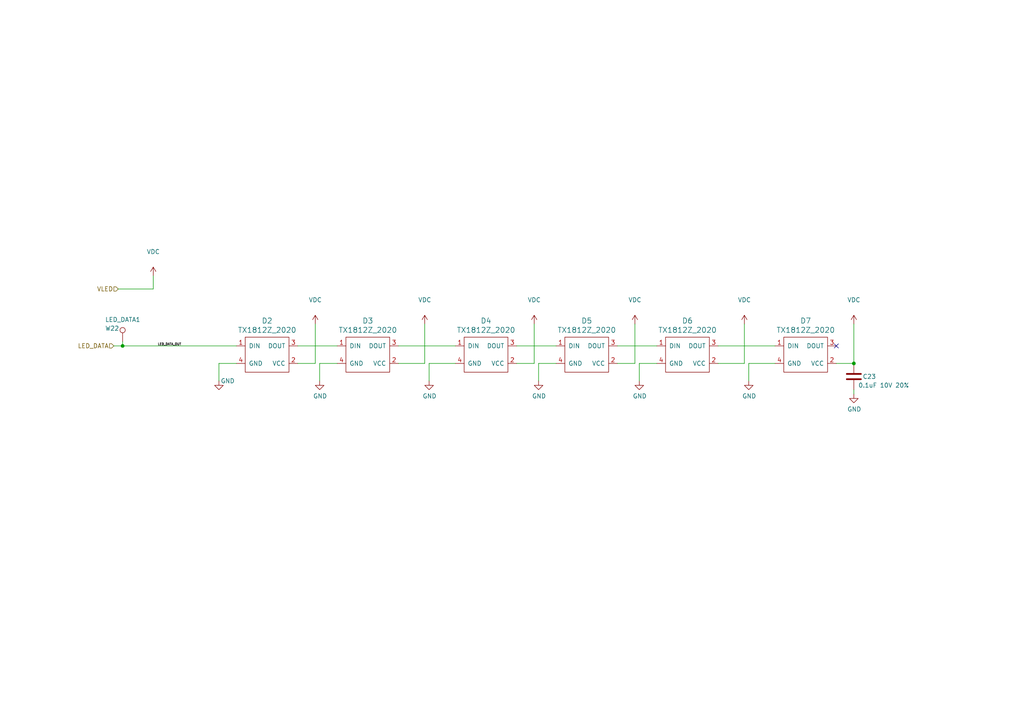
<source format=kicad_sch>
(kicad_sch (version 20211123) (generator eeschema)
  (paper "A4")
  (title_block (title "Pixels D20 Schematic, LEDs") (date "2020-04-13") (rev "2") (company "Systemic Games, LLC"))
  (lib_symbols
    (symbol "Device:C" (pin_numbers hide) (pin_names (offset 0.254))
      (property "Reference" "C" (at 0.635 2.54 0))
      (property "Value" "C" (at 0.635 -2.54 0))
      (symbol "C_0_1"
        (polyline (pts (xy -2.032 -0.762) (xy 2.032 -0.762)) (stroke (width 0.508)))
        (polyline (pts (xy -2.032 0.762) (xy 2.032 0.762)) (stroke (width 0.508)))
      )
      (symbol "C_1_1"
        (pin passive line (at 0 3.81 270) (length 2.794) (name "~") (number "1"))
        (pin passive line (at 0 -3.81 90) (length 2.794) (name "~") (number "2"))
      )
    )
    (symbol "Pixels-dice:TEST_1P-conn" (pin_numbers hide) (pin_names (offset 0.762) hide)
      (property "Reference" "W" (at 0 6.858 0))
      (property "Value" "TEST_1P-conn" (at 0 5.08 0))
      (symbol "TEST_1P-conn_0_1"
        (circle (center 0 3.302) (radius 0.762))
      )
      (symbol "TEST_1P-conn_1_1"
        (pin passive line (at 0 0 90) (length 2.54) (name "1") (number "1"))
      )
    )
    (symbol "Pixels-dice:TX1812Z_2020" (pin_names (offset 1.016))
      (property "Reference" "D" (at 0 -6.35 0))
      (property "Value" "TX1812Z_2020" (at 0 6.35 0))
      (symbol "TX1812Z_2020_0_1"
        (rectangle (start -6.35 5.08) (end 6.35 -5.08))
      )
      (symbol "TX1812Z_2020_1_1"
        (pin input line (at -8.89 2.54 0) (length 2.54) (name "DIN") (number "1"))
        (pin power_in line (at 8.89 -2.54 180) (length 2.54) (name "VCC") (number "2"))
        (pin output line (at 8.89 2.54 180) (length 2.54) (name "DOUT") (number "3"))
        (pin power_in line (at -8.89 -2.54 0) (length 2.54) (name "GND") (number "4"))
      )
    )
    (symbol "power:GND" (power) (pin_names (offset 0))
      (property "Value" "GND" (at 0 -3.81 0))
      (symbol "GND_0_1"
        (polyline (pts (xy 0 0) (xy 0 -1.27) (xy 1.27 -1.27) (xy 0 -2.54) (xy -1.27 -1.27) (xy 0 -1.27)))
      )
      (symbol "GND_1_1"
        (pin power_in line (at 0 0 270) (length 0) hide (name "GND") (number "1"))
      )
    )
    (symbol "power:VDC" (power) (pin_names (offset 0))
      (property "Value" "VDC" (at 0 6.35 0))
      (symbol "VDC_0_1"
        (polyline (pts (xy -0.762 1.27) (xy 0 2.54)))
        (polyline (pts (xy 0 0) (xy 0 2.54)))
        (polyline (pts (xy 0 2.54) (xy 0.762 1.27)))
      )
      (symbol "VDC_1_1"
        (pin power_in line (at 0 0 90) (length 0) hide (name "VDC") (number "1"))
      )
    )
  )
  (junction (at 247.65 105.41))
  (junction (at 35.56 100.33))
  (no_connect (at 242.57 100.33))
  (wire (pts (xy 123.19 93.98) (xy 123.19 105.41)))
  (wire (pts (xy 184.15 93.98) (xy 184.15 105.41)))
  (wire (pts (xy 215.9 93.98) (xy 215.9 105.41)))
  (wire (pts (xy 217.17 105.41) (xy 217.17 110.49)))
  (wire (pts (xy 242.57 105.41) (xy 247.65 105.41)))
  (wire (pts (xy 124.46 105.41) (xy 124.46 110.49)))
  (wire (pts (xy 115.57 105.41) (xy 123.19 105.41)))
  (wire (pts (xy 179.07 105.41) (xy 184.15 105.41)))
  (wire (pts (xy 44.45 83.82) (xy 44.45 80.01)))
  (wire (pts (xy 149.86 105.41) (xy 154.94 105.41)))
  (wire (pts (xy 63.5 105.41) (xy 63.5 110.49)))
  (wire (pts (xy 33.02 100.33) (xy 35.56 100.33)))
  (wire (pts (xy 185.42 105.41) (xy 190.5 105.41)))
  (wire (pts (xy 247.65 93.98) (xy 247.65 105.41)))
  (wire (pts (xy 156.21 110.49) (xy 156.21 105.41)))
  (wire (pts (xy 149.86 100.33) (xy 161.29 100.33)))
  (wire (pts (xy 86.36 105.41) (xy 91.44 105.41)))
  (wire (pts (xy 34.29 83.82) (xy 44.45 83.82)))
  (wire (pts (xy 208.28 100.33) (xy 224.79 100.33)))
  (wire (pts (xy 86.36 100.33) (xy 97.79 100.33)))
  (wire (pts (xy 92.71 110.49) (xy 92.71 105.41)))
  (wire (pts (xy 35.56 100.33) (xy 68.58 100.33)))
  (wire (pts (xy 217.17 105.41) (xy 224.79 105.41)))
  (wire (pts (xy 63.5 105.41) (xy 68.58 105.41)))
  (wire (pts (xy 124.46 105.41) (xy 132.08 105.41)))
  (wire (pts (xy 92.71 105.41) (xy 97.79 105.41)))
  (wire (pts (xy 115.57 100.33) (xy 132.08 100.33)))
  (wire (pts (xy 91.44 93.98) (xy 91.44 105.41)))
  (wire (pts (xy 35.56 99.06) (xy 35.56 100.33)))
  (wire (pts (xy 208.28 105.41) (xy 215.9 105.41)))
  (wire (pts (xy 156.21 105.41) (xy 161.29 105.41)))
  (wire (pts (xy 185.42 105.41) (xy 185.42 110.49)))
  (wire (pts (xy 247.65 113.03) (xy 247.65 114.3)))
  (wire (pts (xy 154.94 93.98) (xy 154.94 105.41)))
  (wire (pts (xy 179.07 100.33) (xy 190.5 100.33)))
  (label "LED_DATA_OUT" (at 45.72 100.33 0) (effects (font (size 0.635 0.635))))
  (hierarchical_label "VLED" (shape input) (at 34.29 83.82 180))
  (hierarchical_label "LED_DATA" (shape input) (at 33.02 100.33 180))
  (symbol (lib_id "Pixels-dice:TEST_1P-conn") (at 35.56 99.06 0) (unit 1)
    (property "Reference" "W22" (at 30.48 95.25 0) (effects (justify left)))
    (property "Value" "LED_DATA1" (at 30.48 92.71 0) (effects (justify left)))
    (property "Footprint" "Pixels-dice:TEST_PIN" (effects hide))
  )
  (symbol (lib_id "power:VDC") (at 44.45 80.01 0) (unit 1)
    (property "Reference" "#PWR0102" (effects hide))
    (property "Value" "VDC" (at 44.45 73.025 0))
  )
  (symbol (lib_id "power:VDC") (at 91.44 93.98 0) (unit 1)
    (property "Reference" "#PWR0103" (effects hide))
    (property "Value" "VDC" (at 91.44 86.995 0))
  )
  (symbol (lib_id "power:VDC") (at 123.19 93.98 0) (unit 1)
    (property "Reference" "#PWR0104" (effects hide))
    (property "Value" "VDC" (at 123.19 86.995 0))
  )
  (symbol (lib_id "power:GND") (at 63.5 110.49 0) (unit 1)
    (property "Reference" "#PWR0105" (effects hide))
    (property "Value" "GND" (at 66.04 110.49 0))
  )
  (symbol (lib_id "power:GND") (at 92.71 110.49 0) (unit 1)
    (property "Reference" "#PWR0106" (effects hide))
    (property "Value" "GND" (at 92.837 114.8842 0))
  )
  (symbol (lib_id "power:VDC") (at 154.94 93.98 0) (unit 1)
    (property "Reference" "#PWR0107" (effects hide))
    (property "Value" "VDC" (at 154.94 86.995 0))
  )
  (symbol (lib_id "power:VDC") (at 184.15 93.98 0) (unit 1)
    (property "Reference" "#PWR0108" (effects hide))
    (property "Value" "VDC" (at 184.15 86.995 0))
  )
  (symbol (lib_id "power:GND") (at 124.46 110.49 0) (unit 1)
    (property "Reference" "#PWR0109" (effects hide))
    (property "Value" "GND" (at 124.587 114.8842 0))
  )
  (symbol (lib_id "power:GND") (at 156.21 110.49 0) (unit 1)
    (property "Reference" "#PWR0110" (effects hide))
    (property "Value" "GND" (at 156.337 114.8842 0))
  )
  (symbol (lib_id "power:VDC") (at 215.9 93.98 0) (unit 1)
    (property "Reference" "#PWR0111" (effects hide))
    (property "Value" "VDC" (at 215.9 86.995 0))
  )
  (symbol (lib_id "power:VDC") (at 247.65 93.98 0) (unit 1)
    (property "Reference" "#PWR0112" (effects hide))
    (property "Value" "VDC" (at 247.65 86.995 0))
  )
  (symbol (lib_id "power:GND") (at 217.17 110.49 0) (unit 1)
    (property "Reference" "#PWR0114" (effects hide))
    (property "Value" "GND" (at 217.297 114.8842 0))
  )
  (symbol (lib_id "power:GND") (at 185.42 110.49 0) (unit 1)
    (property "Reference" "#PWR0116" (effects hide))
    (property "Value" "GND" (at 185.547 114.8842 0))
  )
  (symbol (lib_id "Device:C") (at 247.65 109.22 0) (unit 1)
    (property "Reference" "C23" (at 250.19 109.22 0) (effects (justify left)))
    (property "Value" "0.1uF 10V 20%" (at 248.92 111.76 0) (effects (justify left)))
    (property "Footprint" "Capacitor_SMD:C_0402_1005Metric" (effects hide))
    (property "Generic OK" "YES" (effects hide))
    (property "Pixels Part Number" "SMD-C005" (effects hide))
    (property "Manufacturer" "Murata" (effects hide))
    (property "Manufacturer Part Number" "GRM155R61H104KE19D" (effects hide))
  )
  (symbol (lib_id "power:GND") (at 247.65 114.3 0) (unit 1)
    (property "Reference" "#PWR0140" (effects hide))
    (property "Value" "GND" (at 247.777 118.6942 0))
  )
  (symbol (lib_id "Pixels-dice:TX1812Z_2020") (at 77.47 102.87 0) (unit 1)
    (property "Reference" "D2" (at 77.47 93.0402 0) (effects (font (size 1.524 1.524))))
    (property "Value" "TX1812Z_2020" (at 77.47 95.7326 0) (effects (font (size 1.524 1.524))))
    (property "Footprint" "Pixels-dice:TX1812Z_2020" (effects hide))
    (property "Manufacturer" "TCWIN" (effects hide))
    (property "Manufacturer Part Number" "TX1812Z 2020" (effects hide))
    (property "Pixels Part Number" "SMD-D002-ALT2" (effects hide))
    (property "Generic OK" "NO" (effects hide))
  )
  (symbol (lib_id "Pixels-dice:TX1812Z_2020") (at 106.68 102.87 0) (unit 1)
    (property "Reference" "D3" (at 106.68 93.0402 0) (effects (font (size 1.524 1.524))))
    (property "Value" "TX1812Z_2020" (at 106.68 95.7326 0) (effects (font (size 1.524 1.524))))
    (property "Footprint" "Pixels-dice:TX1812Z_2020" (effects hide))
    (property "Manufacturer" "TCWIN" (effects hide))
    (property "Manufacturer Part Number" "TX1812Z 2020" (effects hide))
    (property "Pixels Part Number" "SMD-D002-ALT2" (effects hide))
    (property "Generic OK" "NO" (effects hide))
  )
  (symbol (lib_id "Pixels-dice:TX1812Z_2020") (at 140.97 102.87 0) (unit 1)
    (property "Reference" "D4" (at 140.97 93.0402 0) (effects (font (size 1.524 1.524))))
    (property "Value" "TX1812Z_2020" (at 140.97 95.7326 0) (effects (font (size 1.524 1.524))))
    (property "Footprint" "Pixels-dice:TX1812Z_2020" (effects hide))
    (property "Manufacturer" "TCWIN" (effects hide))
    (property "Manufacturer Part Number" "TX1812Z 2020" (effects hide))
    (property "Pixels Part Number" "SMD-D002-ALT2" (effects hide))
    (property "Generic OK" "NO" (effects hide))
  )
  (symbol (lib_id "Pixels-dice:TX1812Z_2020") (at 170.18 102.87 0) (unit 1)
    (property "Reference" "D5" (at 170.18 93.0402 0) (effects (font (size 1.524 1.524))))
    (property "Value" "TX1812Z_2020" (at 170.18 95.7326 0) (effects (font (size 1.524 1.524))))
    (property "Footprint" "Pixels-dice:TX1812Z_2020" (effects hide))
    (property "Manufacturer" "TCWIN" (effects hide))
    (property "Manufacturer Part Number" "TX1812Z 2020" (effects hide))
    (property "Pixels Part Number" "SMD-D002-ALT2" (effects hide))
    (property "Generic OK" "NO" (effects hide))
  )
  (symbol (lib_id "Pixels-dice:TX1812Z_2020") (at 199.39 102.87 0) (unit 1)
    (property "Reference" "D6" (at 199.39 93.0402 0) (effects (font (size 1.524 1.524))))
    (property "Value" "TX1812Z_2020" (at 199.39 95.7326 0) (effects (font (size 1.524 1.524))))
    (property "Footprint" "Pixels-dice:TX1812Z_2020" (effects hide))
    (property "Manufacturer" "TCWIN" (effects hide))
    (property "Manufacturer Part Number" "TX1812Z 2020" (effects hide))
    (property "Pixels Part Number" "SMD-D002-ALT2" (effects hide))
    (property "Generic OK" "NO" (effects hide))
  )
  (symbol (lib_id "Pixels-dice:TX1812Z_2020") (at 233.68 102.87 0) (unit 1)
    (property "Reference" "D7" (at 233.68 93.0402 0) (effects (font (size 1.524 1.524))))
    (property "Value" "TX1812Z_2020" (at 233.68 95.7326 0) (effects (font (size 1.524 1.524))))
    (property "Footprint" "Pixels-dice:TX1812Z_2020" (effects hide))
    (property "Manufacturer" "TCWIN" (effects hide))
    (property "Manufacturer Part Number" "TX1812Z 2020" (effects hide))
    (property "Pixels Part Number" "SMD-D002-ALT2" (effects hide))
    (property "Generic OK" "NO" (effects hide))
  )
)
</source>
